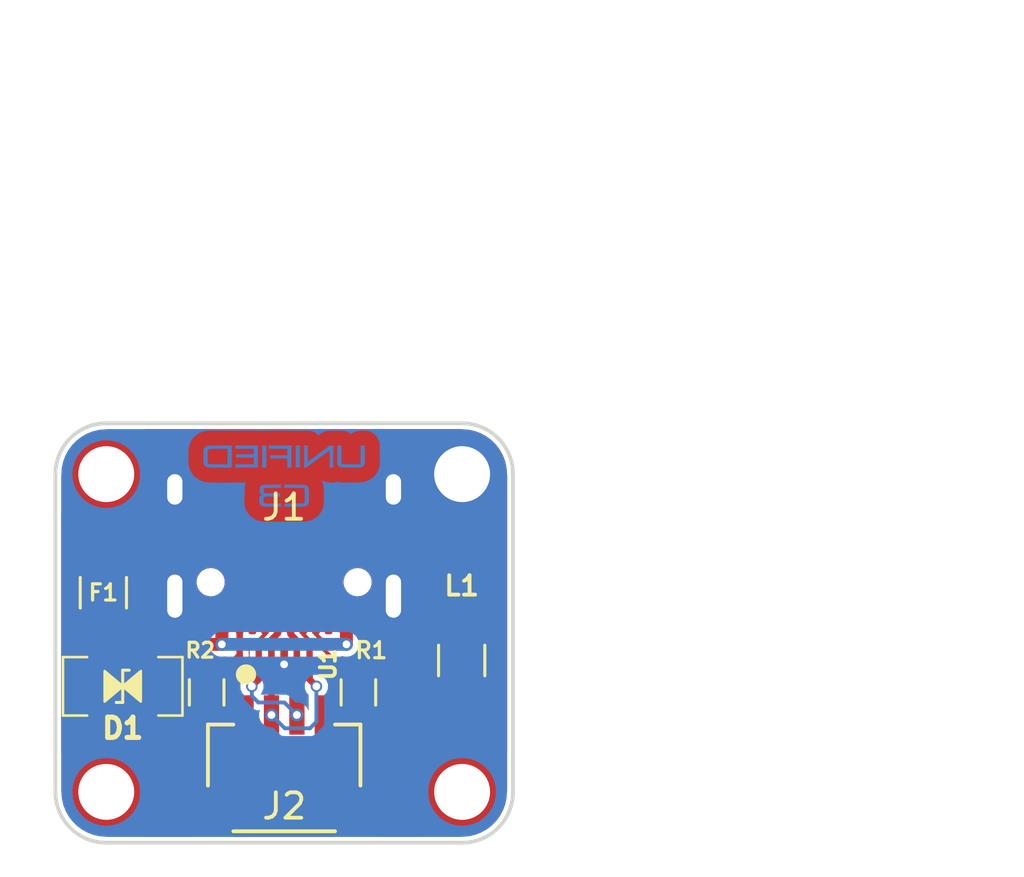
<source format=kicad_pcb>
(kicad_pcb (version 20221018) (generator pcbnew)
  (title_block (title "Unified Daughterboard") (date "2020-03-22") (rev "C3") (company "Designed by the keyboard community"))
  (layers (0 "F.Cu" signal) (31 "B.Cu" signal) (34 "B.Paste" user) (35 "F.Paste" user) (36 "B.SilkS" user "B.Silkscreen") (37 "F.SilkS" user "F.Silkscreen") (38 "B.Mask" user) (39 "F.Mask" user) (44 "Edge.Cuts" user))
  (net 0 "")
  (net 1 "GND")
  (net 2 "VCC")
  (net 3 "GNDPWR")
  (net 4 "Net-(J1-PadB8)")
  (net 5 "Net-(J1-PadA5)")
  (net 6 "DA+")
  (net 7 "Net-(J1-PadB5)")
  (net 8 "Net-(J1-PadA8)")
  (net 9 "DA-")
  (net 10 "VBUS")
  (footprint "random-keyboard-parts:Generic-Mounthole" (layer "F.Cu") (at 68.0045 71.043)
    (fp_text reference "MH3" hide)
    (fp_text value "Mount-M2" hide)
    (pad "" np_thru_hole circle (at 0 0) (size 3.500001 3.500001) (drill 2.2) (layers "F.Cu" "F.Mask") (clearance 0.508))
  )
  (footprint "Resistors_SMD:R_0603" (layer "F.Cu") (at 77.9235 67.129 -90)
    (fp_text reference "R1" (at -1.651 -0.508) (layer "F.SilkS") (effects (font (size 0.635 0.635) (thickness 0.127))))
    (fp_text value "5.1k")
    (fp_line (start -0.5 -0.68) (end 0.5 -0.68) (stroke (width 0.12)) (layer "F.SilkS"))
    (fp_line (start 0.5 0.68) (end -0.5 0.68) (stroke (width 0.12)) (layer "F.SilkS"))
    (pad "1" smd rect (at -0.75 0 270) (size 0.5 0.9) (layers "F.Cu" "F.Paste" "F.Mask") (net 5 "Net-(J1-PadA5)"))
    (pad "2" smd rect (at 0.75 0 270) (size 0.5 0.9) (layers "F.Cu" "F.Paste" "F.Mask") (net 3 "GNDPWR"))
  )
  (footprint "Resistors_SMD:R_0603" (layer "F.Cu") (at 71.9545 67.129 -90)
    (fp_text reference "R2" (at -1.651 0.254 180) (layer "F.SilkS") (effects (font (size 0.5842 0.5842) (thickness 0.127))))
    (fp_text value "5.1k")
    (fp_line (start -0.5 -0.68) (end 0.5 -0.68) (stroke (width 0.12)) (layer "F.SilkS"))
    (fp_line (start 0.5 0.68) (end -0.5 0.68) (stroke (width 0.12)) (layer "F.SilkS"))
    (pad "1" smd rect (at -0.75 0 270) (size 0.5 0.9) (layers "F.Cu" "F.Paste" "F.Mask") (net 7 "Net-(J1-PadB5)"))
    (pad "2" smd rect (at 0.75 0 270) (size 0.5 0.9) (layers "F.Cu" "F.Paste" "F.Mask") (net 3 "GNDPWR"))
  )
  (footprint "random-keyboard-parts:Generic-Mounthole" (layer "F.Cu") (at 82.0045 58.543)
    (fp_text reference "MH2" hide)
    (fp_text value "Mount-M2" hide)
    (pad "1" thru_hole circle (at 0 0) (size 3.500001 3.500001) (drill 2.2) (layers "*.Cu" "*.Mask") (net 3 "GNDPWR"))
  )
  (footprint "random-keyboard-parts:Generic-Mounthole" (layer "F.Cu") (at 68.0045 58.543)
    (fp_text reference "MH1")
    (fp_text value "Mount-M2" hide)
    (pad "" np_thru_hole circle (at 0 0) (size 3.500001 3.500001) (drill 2.2) (layers "F.Cu" "F.Mask") (clearance 0.508))
  )
  (footprint "random-keyboard-parts:JST-SR-4" (layer "F.Cu") (at 75.0045 72.793)
    (fp_text reference "J2" (at 0.004 -1.189) (layer "F.SilkS"))
    (fp_text value "SM04B-SRSS-TB(LF)(SN)")
    (fp_line (start -3 -4.4) (end -2 -4.4) (stroke (width 0.15)) (layer "F.SilkS"))
    (fp_line (start -3 -2) (end -3 -4.4) (stroke (width 0.15)) (layer "F.SilkS"))
    (fp_line (start 2 -4.4) (end 3 -4.4) (stroke (width 0.15)) (layer "F.SilkS"))
    (fp_line (start 2 -0.2) (end -2 -0.2) (stroke (width 0.15)) (layer "F.SilkS"))
    (fp_line (start 3 -4.4) (end 3 -2) (stroke (width 0.15)) (layer "F.SilkS"))
    (pad "" smd rect (at -2.8 -0.9) (size 1.2 1.8) (layers "F.Cu" "F.Paste" "F.Mask"))
    (pad "" smd rect (at 2.8 -0.9) (size 1.2 1.8) (layers "F.Cu" "F.Paste" "F.Mask"))
    (pad "1" smd rect (at -1.5 -4.775) (size 0.6 1.55) (layers "F.Cu" "F.Paste" "F.Mask") (net 2 "VCC"))
    (pad "2" smd rect (at -0.5 -4.775) (size 0.6 1.55) (layers "F.Cu" "F.Paste" "F.Mask") (net 9 "DA-"))
    (pad "3" smd rect (at 0.5 -4.775) (size 0.6 1.55) (layers "F.Cu" "F.Paste" "F.Mask") (net 6 "DA+"))
    (pad "4" smd rect (at 1.5 -4.775) (size 0.6 1.55) (layers "F.Cu" "F.Paste" "F.Mask") (net 1 "GND"))
  )
  (footprint "Fuse:Fuse_1206_3216Metric" (layer "F.Cu") (at 67.8905 63.207 -90)
    (fp_text reference "F1" (at 0 0) (layer "F.SilkS") (effects (font (size 0.635 0.635) (thickness 0.127))))
    (fp_text value "ASMD1206-150")
    (fp_line (start -0.602064 -0.91) (end 0.602064 -0.91) (stroke (width 0.12)) (layer "F.SilkS"))
    (fp_line (start -0.602064 0.91) (end 0.602064 0.91) (stroke (width 0.12)) (layer "F.SilkS"))
    (pad "1" smd roundrect (at -1.4 0 270) (size 1.25 1.75) (layers "F.Cu" "F.Paste" "F.Mask") (roundrect_rratio 0.2) (net 10 "VBUS"))
    (pad "2" smd roundrect (at 1.4 0 270) (size 1.25 1.75) (layers "F.Cu" "F.Paste" "F.Mask") (roundrect_rratio 0.2) (net 2 "VCC"))
  )
  (footprint "Inductor_SMD:L_1206_3216Metric" (layer "F.Cu") (at 81.9875 65.874 90)
    (fp_text reference "L1" (at 2.936 0 180) (layer "F.SilkS") (effects (font (size 0.762 0.762) (thickness 0.1524))))
    (fp_text value "60R@100MHz")
    (fp_line (start -0.602064 -0.91) (end 0.602064 -0.91) (stroke (width 0.12)) (layer "F.SilkS"))
    (fp_line (start -0.602064 0.91) (end 0.602064 0.91) (stroke (width 0.12)) (layer "F.SilkS"))
    (pad "1" smd roundrect (at -1.4 0 90) (size 1.25 1.75) (layers "F.Cu" "F.Paste" "F.Mask") (roundrect_rratio 0.2) (net 1 "GND"))
    (pad "2" smd roundrect (at 1.4 0 90) (size 1.25 1.75) (layers "F.Cu" "F.Paste" "F.Mask") (roundrect_rratio 0.2) (net 3 "GNDPWR"))
  )
  (footprint "acheron_Connectors:TYPE-C-31-M-12" (layer "F.Cu") (at 75.0025 64.843 180)
    (fp_text reference "J1" (at 0 5) (layer "F.SilkS"))
    (fp_text value "TYPE-C-31-M12_13")
    (pad "" np_thru_hole circle (at -2.89 2.051 180) (size 0.65 0.65) (drill 0.65) (layers "*.Cu" "*.Mask"))
    (pad "" np_thru_hole circle (at 2.89 2.051 180) (size 0.65 0.65) (drill 0.65) (layers "*.Cu" "*.Mask"))
    (pad "A1" smd roundrect (at -3.25 1.275 180) (size 0.6 1.45) (drill (offset 0 -0.55)) (layers "F.Cu" "F.Paste" "F.Mask") (net 3 "GNDPWR"))
    (pad "A4" smd roundrect (at -2.45 1.275 180) (size 0.6 1.45) (drill (offset 0 -0.55)) (layers "F.Cu" "F.Paste" "F.Mask") (net 10 "VBUS"))
    (pad "A5" smd roundrect (at -1.25 1.275 180) (size 0.3 1.45) (drill (offset 0 -0.55)) (layers "F.Cu" "F.Paste" "F.Mask") (net 5 "Net-(J1-PadA5)"))
    (pad "A6" smd roundrect (at -0.254 1.275 180) (size 0.3 1.45) (drill (offset 0 -0.55)) (layers "F.Cu" "F.Paste" "F.Mask") (net 6 "DA+"))
    (pad "A7" smd roundrect (at 0.25 1.275 180) (size 0.3 1.45) (drill (offset 0 -0.55)) (layers "F.Cu" "F.Paste" "F.Mask") (net 9 "DA-"))
    (pad "A8" smd roundrect (at 1.25 1.275 180) (size 0.3 1.45) (drill (offset 0 -0.55)) (layers "F.Cu" "F.Paste" "F.Mask") (net 8 "Net-(J1-PadA8)"))
    (pad "B1" smd roundrect (at 3.25 1.275 180) (size 0.6 1.45) (drill (offset 0 -0.55)) (layers "F.Cu" "F.Paste" "F.Mask") (net 3 "GNDPWR"))
    (pad "B4" smd roundrect (at 2.45 1.275 180) (size 0.6 1.45) (drill (offset 0 -0.55)) (layers "F.Cu" "F.Paste" "F.Mask") (net 10 "VBUS"))
    (pad "B5" smd roundrect (at 1.75 1.275 180) (size 0.3 1.45) (drill (offset 0 -0.55)) (layers "F.Cu" "F.Paste" "F.Mask") (net 7 "Net-(J1-PadB5)"))
    (pad "B6" smd roundrect (at 0.75 1.275 180) (size 0.3 1.45) (drill (offset 0 -0.55)) (layers "F.Cu" "F.Paste" "F.Mask") (net 6 "DA+"))
    (pad "B7" smd roundrect (at -0.75 1.275 180) (size 0.3 1.45) (drill (offset 0 -0.55)) (layers "F.Cu" "F.Paste" "F.Mask") (net 9 "DA-"))
    (pad "B8" smd roundrect (at -1.75 1.275 180) (size 0.3 1.45) (drill (offset 0 -0.55)) (layers "F.Cu" "F.Paste" "F.Mask") (net 4 "Net-(J1-PadB8)"))
    (pad "S" thru_hole oval (at -4.3 1.5 180) (size 1.1 2.2) (drill oval 0.6 1.7) (layers "*.Cu" "*.Mask") (net 3 "GNDPWR"))
    (pad "S" thru_hole oval (at -4.3 5.7 180) (size 1.3 1.9) (drill oval 0.6 1.2) (layers "*.Cu" "*.Mask") (net 3 "GNDPWR"))
    (pad "S" thru_hole oval (at 4.3 1.5 180) (size 1.1 2.2) (drill oval 0.6 1.7) (layers "*.Cu" "*.Mask") (net 3 "GNDPWR"))
    (pad "S" thru_hole oval (at 4.3 5.7 180) (size 1.3 1.9) (drill oval 0.6 1.2) (layers "*.Cu" "*.Mask") (net 3 "GNDPWR"))
  )
  (footprint "random-keyboard-parts:Generic-Mounthole" (layer "F.Cu") (at 82.0045 71.043)
    (fp_text reference "MH4" hide)
    (fp_text value "Mount-M2" hide)
    (pad "" np_thru_hole circle (at 0 0) (size 3.500001 3.500001) (drill 2.2) (layers "F.Cu" "F.Mask") (clearance 0.508))
  )
  (footprint "acheron_Components:USON-10_2.5x1.0mm_P0.5mm" (layer "F.Cu") (at 75.0025 66.0264 90)
    (fp_text reference "U1" (at 0 1.7272 90) (layer "F.SilkS") (effects (font (size 0.6 0.6))))
    (fp_text value "TPD4E05U06DQAR")
    (fp_circle (center -0.4 -1.5) (end -0.4 -1.5) (stroke (width 0.4)) (fill none) (layer "F.SilkS"))
    (pad "1" smd roundrect (at -0.385 -1) (size 0.25 0.55) (layers "F.Cu" "F.Paste" "F.Mask") (roundrect_rratio 0.5) (net 6 "DA+"))
    (pad "2" smd rect (at -0.385 -0.5) (size 0.25 0.55) (layers "F.Cu" "F.Paste" "F.Mask") (net 9 "DA-"))
    (pad "3" smd rect (at -0.385 0) (size 0.3 0.55) (layers "F.Cu" "F.Paste" "F.Mask") (net 3 "GNDPWR"))
    (pad "4" smd rect (at -0.385 0.5) (size 0.25 0.55) (layers "F.Cu" "F.Paste" "F.Mask") (net 6 "DA+"))
    (pad "5" smd rect (at -0.385 1) (size 0.25 0.55) (layers "F.Cu" "F.Paste" "F.Mask") (net 9 "DA-"))
    (pad "6" smd rect (at 0.385 1) (size 0.25 0.55) (layers "F.Cu" "F.Paste" "F.Mask") (net 9 "DA-"))
    (pad "7" smd rect (at 0.385 0.5) (size 0.25 0.55) (layers "F.Cu" "F.Paste" "F.Mask") (net 6 "DA+"))
    (pad "8" smd rect (at 0.385 0) (size 0.3 0.55) (layers "F.Cu" "F.Paste" "F.Mask") (net 3 "GNDPWR"))
    (pad "9" smd rect (at 0.385 -0.5) (size 0.25 0.55) (layers "F.Cu" "F.Paste" "F.Mask") (net 9 "DA-"))
    (pad "10" smd rect (at 0.385 -1) (size 0.25 0.55) (layers "F.Cu" "F.Paste" "F.Mask") (net 6 "DA+"))
  )
  (footprint "acheron_Components:D_SOD-123_Bidirectional" (layer "F.Cu") (at 68.6525 66.89 180)
    (fp_text reference "D1" (at 0 -1.651 180) (layer "F.SilkS") (effects (font (size 0.8 0.8) (thickness 0.2))))
    (fp_text value "SMF9.0CA")
    (fp_line (start -2.35 -1.15) (end -1.4 -1.15) (stroke (width 0.1016)) (layer "F.SilkS"))
    (fp_line (start -2.35 1.15) (end -2.35 -1.15) (stroke (width 0.1016)) (layer "F.SilkS"))
    (fp_line (start -2.35 1.15) (end -1.4 1.15) (stroke (width 0.1016)) (layer "F.SilkS"))
    (fp_line (start 0 -0.635) (end 0.254 -0.635) (stroke (width 0.12)) (layer "F.SilkS"))
    (fp_line (start 0 0.635) (end -0.254 0.635) (stroke (width 0.12)) (layer "F.SilkS"))
    (fp_line (start 0 0.635) (end 0 -0.635) (stroke (width 0.12)) (layer "F.SilkS"))
    (fp_line (start 2.35 -1.15) (end 1.4 -1.15) (stroke (width 0.1016)) (layer "F.SilkS"))
    (fp_line (start 2.35 -1.15) (end 2.35 1.15) (stroke (width 0.1016)) (layer "F.SilkS"))
    (fp_line (start 2.35 1.15) (end 1.4 1.15) (stroke (width 0.1016)) (layer "F.SilkS"))
    (fp_poly (pts (xy 0 0) (xy -0.711 0.6) (xy -0.711 -0.6)) (stroke (width 0.1)) (fill solid) (layer "F.SilkS"))
    (fp_poly (pts (xy 0 0) (xy 0.711 -0.6) (xy 0.711 0.6)) (stroke (width 0.1)) (fill solid) (layer "F.SilkS"))
    (pad "1" smd roundrect (at -1.65 0 180) (size 1 1.2) (layers "F.Cu" "F.Paste" "F.Mask") (net 3 "GNDPWR"))
    (pad "2" smd roundrect (at 1.65 0 180) (size 1 1.2) (layers "F.Cu" "F.Paste" "F.Mask") (net 2 "VCC"))
  )
  (footprint "Unified-Daughterboard-Logo:Unified-Daughterboard-Name.pretty" (layer "B.Cu") (at 75.0025 58.62 180)
    (fp_text reference "G2" hide)
    (fp_text value "Unified-Daughterboard-Name" hide)
    (pad "1" smd custom (at -3.1 0.8 180) (size 0.1 0.1) (layers "B.Cu" "B.Mask") (options (clearance outline) (anchor circle)) (primitives (gr_poly (pts (xy 0.089951 0.069371) (xy 0.089952 0.031594) (xy 0.089952 -0.003341) (xy 0.089953 -0.035549) (xy 0.089959 -0.065147) (xy 0.089972 -0.092251) (xy 0.089995 -0.116977) (xy 0.09003 -0.13944) (xy 0.090082 -0.159757) (xy 0.090152 -0.178044) (xy 0.090244 -0.194417) (xy 0.09036 -0.208991) (xy 0.090503 -0.221883) (xy 0.090677 -0.233209) (xy 0.090884 -0.243085) (xy 0.091127 -0.251626) (xy 0.091408 -0.258949) (xy 0.091732 -0.26517) (xy 0.0921 -0.270405) (xy 0.092515 -0.274769) (xy 0.092981 -0.278379) (xy 0.0935 -0.281351) (xy 0.094075 -0.283801) (xy 0.094709 -0.285845) (xy 0.095405 -0.287598) (xy 0.096166 -0.289178) (xy 0.096994 -0.290699) (xy 0.097893 -0.292277) (xy 0.098866 -0.29403) (xy 0.098977 -0.294237) (xy 0.106317 -0.305001) (xy 0.115997 -0.314107) (xy 0.128049 -0.321571) (xy 0.142509 -0.327411) (xy 0.159412 -0.331646) (xy 0.17591 -0.334016) (xy 0.179246 -0.334204) (xy 0.185359 -0.33438) (xy 0.194065 -0.334544) (xy 0.205185 -0.334696) (xy 0.218535 -0.334836) (xy 0.233933 -0.334964) (xy 0.251199 -0.335081) (xy 0.270149 -0.335185) (xy 0.290601 -0.335278) (xy 0.312375 -0.335358) (xy 0.335288 -0.335427) (xy 0.359158 -0.335484) (xy 0.383803 -0.335529) (xy 0.409041 -0.335562) (xy 0.434691 -0.335583) (xy 0.46057 -0.335592) (xy 0.486496 -0.335589) (xy 0.512288 -0.335574) (xy 0.537763 -0.335548) (xy 0.56274 -0.335509) (xy 0.587037 -0.335459) (xy 0.610471 -0.335397) (xy 0.632862 -0.335322) (xy 0.654026 -0.335236) (xy 0.673782 -0.335138) (xy 0.691949 -0.335028) (xy 0.708343 -0.334906) (xy 0.722784 -0.334772) (xy 0.735089 -0.334626) (xy 0.745076 -0.334468) (xy 0.752564 -0.334299) (xy 0.757371 -0.334117) (xy 0.758715 -0.334021) (xy 0.777734 -0.331215) (xy 0.794289 -0.326811) (xy 0.808426 -0.320781) (xy 0.820189 -0.313093) (xy 0.829625 -0.303717) (xy 0.836778 -0.292623) (xy 0.841693 -0.279782) (xy 0.842026 -0.278547) (xy 0.842279 -0.277334) (xy 0.842513 -0.275636) (xy 0.842728 -0.273342) (xy 0.842926 -0.270338) (xy 0.843106 -0.266511) (xy 0.84327 -0.261748) (xy 0.843419 -0.255935) (xy 0.843553 -0.24896) (xy 0.843673 -0.240709) (xy 0.84378 -0.231069) (xy 0.843874 -0.219928) (xy 0.843956 -0.207172) (xy 0.844027 -0.192687) (xy 0.844088 -0.176361) (xy 0.844139 -0.15808) (xy 0.844182 -0.137732) (xy 0.844216 -0.115203) (xy 0.844243 -0.090381) (xy 0.844263 -0.063151) (xy 0.844278 -0.033401) (xy 0.844287 -0.001018) (xy 0.844292 0.034112) (xy 0.844293 0.067094) (xy 0.844293 0.404029) (xy 1.010053 0.404029) (xy 1.009556 0.059017) (xy 1.009502 0.020589) (xy 1.009454 -0.015001) (xy 1.009408 -0.047871) (xy 1.009362 -0.078142) (xy 1.009313 -0.105933) (xy 1.009257 -0.131363) (xy 1.009192 -0.154552) (xy 1.009113 -0.175619) (xy 1.00902 -0.194684) (xy 1.008908 -0.211867) (xy 1.008774 -0.227287) (xy 1.008615 -0.241063) (xy 1.008429 -0.253315) (xy 1.008212 -0.264163) (xy 1.007962 -0.273726) (xy 1.007675 -0.282124) (xy 1.007348 -0.289476) (xy 1.006978 -0.295902) (xy 1.006562 -0.301521) (xy 1.006098 -0.306452) (xy 1.005582 -0.310816) (xy 1.005011 -0.314732) (xy 1.004382 -0.31832) (xy 1.003692 -0.321698) (xy 1.002938 -0.324986) (xy 1.002118 -0.328305) (xy 1.001227 -0.331773) (xy 1.000264 -0.33551) (xy 0.999505 -0.338505) (xy 0.992987 -0.358905) (xy 0.984093 -0.377575) (xy 0.97288 -0.394443) (xy 0.959403 -0.409438) (xy 0.943719 -0.42249) (xy 0.925882 -0.433527) (xy 0.924506 -0.434247) (xy 0.910155 -0.441169) (xy 0.895924 -0.44693) (xy 0.88132 -0.451648) (xy 0.865846 -0.455443) (xy 0.849006 -0.458433) (xy 0.830305 -0.460737) (xy 0.809248 -0.462474) (xy 0.805835 -0.462694) (xy 0.801797 -0.462851) (xy 0.794977 -0.462998) (xy 0.785549 -0.463134) (xy 0.773691 -0.463261) (xy 0.759577 -0.463378) (xy 0.743383 -0.463485) (xy 0.725286 -0.463582) (xy 0.70546 -0.463669) (xy 0.684081 -0.463747) (xy 0.661326 -0.463814) (xy 0.637369 -0.463872) (xy 0.612387 -0.46392) (xy 0.586556 -0.463959) (xy 0.56005 -0.463987) (xy 0.533046 -0.464006) (xy 0.505719 -0.464015) (xy 0.478246 -0.464015) (xy 0.450801 -0.464005) (xy 0.423561 -0.463985) (xy 0.396701 -0.463956) (xy 0.370397 -0.463917) (xy 0.344824 -0.463869) (xy 0.32016 -0.463811) (xy 0.296578 -0.463744) (xy 0.274255 -0.463667) (xy 0.253366 -0.463581) (xy 0.234088 -0.463485) (xy 0.216596 -0.46338) (xy 0.201065 -0.463265) (xy 0.187672 -0.463141) (xy 0.176592 -0.463008) (xy 0.168001 -0.462866) (xy 0.162074 -0.462714) (xy 0.159766 -0.462612) (xy 0.130734 -0.460065) (xy 0.103987 -0.456031) (xy 0.079213 -0.450434) (xy 0.056097 -0.4432) (xy 0.034325 -0.434254) (xy 0.027473 -0.430958) (xy 0.010583 -0.421761) (xy -0.003985 -0.412081) (xy -0.01687 -0.401474) (xy -0.022834 -0.39573) (xy -0.036916 -0.379497) (xy -0.048721 -0.361574) (xy -0.058291 -0.341867) (xy -0.065671 -0.320281) (xy -0.070903 -0.296724) (xy -0.072005 -0.289648) (xy -0.072252 -0.287609) (xy -0.07248 -0.285022) (xy -0.07269 -0.281773) (xy -0.072883 -0.277748) (xy -0.07306 -0.272833) (xy -0.07322 -0.266916) (xy -0.073366 -0.259882) (xy -0.073498 -0.251618) (xy -0.073615 -0.242011) (xy -0.07372 -0.230945) (xy -0.073813 -0.218309) (xy -0.073894 -0.203987) (xy -0.073965 -0.187867) (xy -0.074025 -0.169835) (xy -0.074076 -0.149778) (xy -0.074119 -0.12758) (xy -0.074153 -0.10313) (xy -0.074181 -0.076313) (xy -0.074202 -0.047016) (xy -0.074217 -0.015124) (xy -0.074227 0.019475) (xy -0.074233 0.056895) (xy -0.074233 0.064934) (xy -0.07426 0.404029) (xy 0.089925 0.404029)) (width 0) (fill yes))))
    (pad "1" smd custom (at -1.86 1.08 180) (size 0.1 0.1) (layers "B.Cu" "B.Mask") (options (clearance outline) (anchor circle)) (primitives (gr_poly (pts (xy 1.07457 -0.744233) (xy 0.994882 -0.744233) (xy 0.725953 -0.548012) (xy 0.697516 -0.527263) (xy 0.667905 -0.505658) (xy 0.637358 -0.483369) (xy 0.606113 -0.460572) (xy 0.574407 -0.437438) (xy 0.54248 -0.414142) (xy 0.510567 -0.390857) (xy 0.478909 -0.367758) (xy 0.447742 -0.345017) (xy 0.417304 -0.322808) (xy 0.387834 -0.301305) (xy 0.359569 -0.280681) (xy 0.332747 -0.26111) (xy 0.307606 -0.242766) (xy 0.284385 -0.225822) (xy 0.26375 -0.210765) (xy 0.242443 -0.195223) (xy 0.221784 -0.18016) (xy 0.201899 -0.165668) (xy 0.182913 -0.15184) (xy 0.164954 -0.138767) (xy 0.148149 -0.126541) (xy 0.132622 -0.115254) (xy 0.118502 -0.104998) (xy 0.105914 -0.095864) (xy 0.094985 -0.087945) (xy 0.085842 -0.081333) (xy 0.07861 -0.076119) (xy 0.073417 -0.072395) (xy 0.070388 -0.070253) (xy 0.069611 -0.069739) (xy 0.069531 -0.071197) (xy 0.069452 -0.075481) (xy 0.069376 -0.082462) (xy 0.069303 -0.092007) (xy 0.069233 -0.103986) (xy 0.069166 -0.118268) (xy 0.069102 -0.134721) (xy 0.069043 -0.153214) (xy 0.068988 -0.173616) (xy 0.068938 -0.195796) (xy 0.068893 -0.219624) (xy 0.068854 -0.244966) (xy 0.06882 -0.271694) (xy 0.068792 -0.299675) (xy 0.06877 -0.328777) (xy 0.068756 -0.358871) (xy 0.068748 -0.389825) (xy 0.068747 -0.406986) (xy 0.068747 -0.744233) (xy -0.074731 -0.744233) (xy -0.074731 0.124029) (xy 0.068007 0.123947) (xy 0.49918 -0.197759) (xy 0.930353 -0.519464) (xy 0.930726 -0.197717) (xy 0.931099 0.124029) (xy 1.07457 0.124029)) (width 0) (fill yes))))
    (pad "1" smd custom (at -0.9 -0.79 180) (size 0.1 0.1) (layers "B.Cu" "B.Mask") (options (clearance outline) (anchor circle)) (primitives (gr_poly (pts (xy 0.894083 0.325546) (xy 0.541462 0.325546) (xy 0.502296 0.325545) (xy 0.465973 0.32554) (xy 0.432379 0.325531) (xy 0.401399 0.325515) (xy 0.372919 0.325491) (xy 0.346825 0.325457) (xy 0.323001 0.325412) (xy 0.301333 0.325354) (xy 0.281706 0.325282) (xy 0.264006 0.325194) (xy 0.248118 0.325088) (xy 0.233927 0.324964) (xy 0.22132 0.324818) (xy 0.21018 0.324651) (xy 0.200394 0.324459) (xy 0.191847 0.324243) (xy 0.184424 0.323999) (xy 0.178011 0.323727) (xy 0.172493 0.323425) (xy 0.167755 0.323092) (xy 0.163683 0.322725) (xy 0.160163 0.322323) (xy 0.157079 0.321885) (xy 0.154316 0.321409) (xy 0.151761 0.320894) (xy 0.149299 0.320338) (xy 0.148591 0.320169) (xy 0.134767 0.315738) (xy 0.122093 0.309466) (xy 0.111022 0.301664) (xy 0.102003 0.292642) (xy 0.096276 0.284226) (xy 0.09522 0.282323) (xy 0.094258 0.280578) (xy 0.093385 0.278853) (xy 0.092597 0.277009) (xy 0.091889 0.274907) (xy 0.091257 0.272409) (xy 0.090698 0.269377) (xy 0.090206 0.265671) (xy 0.089777 0.261153) (xy 0.089407 0.255685) (xy 0.089091 0.249127) (xy 0.088825 0.241342) (xy 0.088606 0.232189) (xy 0.088427 0.221532) (xy 0.088286 0.209231) (xy 0.088177 0.195148) (xy 0.088097 0.179143) (xy 0.088041 0.161079) (xy 0.088004 0.140816) (xy 0.087983 0.118217) (xy 0.087973 0.093142) (xy 0.08797 0.065453) (xy 0.087968 0.035011) (xy 0.087967 0.019302) (xy 0.087962 -0.012397) (xy 0.087956 -0.041279) (xy 0.087954 -0.067481) (xy 0.08796 -0.091143) (xy 0.087981 -0.112407) (xy 0.088019 -0.131409) (xy 0.088081 -0.148292) (xy 0.08817 -0.163194) (xy 0.088293 -0.176254) (xy 0.088453 -0.187613) (xy 0.088655 -0.19741) (xy 0.088905 -0.205785) (xy 0.089207 -0.212877) (xy 0.089566 -0.218826) (xy 0.089987 -0.223772) (xy 0.090474 -0.227854) (xy 0.091032 -0.231212) (xy 0.091667 -0.233986) (xy 0.092383 -0.236315) (xy 0.093185 -0.238338) (xy 0.094077 -0.240196) (xy 0.095065 -0.242029) (xy 0.096154 -0.243975) (xy 0.097122 -0.245749) (xy 0.104221 -0.256019) (xy 0.113823 -0.264855) (xy 0.125966 -0.272283) (xy 0.140689 -0.27833) (xy 0.148215 -0.28062) (xy 0.162643 -0.284604) (xy 0.894083 -0.285396) (xy 0.894083 -0.41403) (xy 0.526884 -0.413772) (xy 0.494046 -0.413747) (xy 0.461942 -0.413718) (xy 0.430703 -0.413687) (xy 0.400456 -0.413653) (xy 0.37133 -0.413616) (xy 0.343454 -0.413577) (xy 0.316956 -0.413536) (xy 0.291966 -0.413493) (xy 0.268613 -0.413449) (xy 0.247024 -0.413404) (xy 0.227328 -0.413358) (xy 0.209656 -0.413311) (xy 0.194134 -0.413263) (xy 0.180892 -0.413216) (xy 0.170059 -0.413168) (xy 0.161763 -0.413121) (xy 0.156133 -0.413074) (xy 0.153298 -0.413029) (xy 0.153028 -0.413017) (xy 0.121848 -0.409723) (xy 0.09296 -0.404651) (xy 0.066269 -0.397774) (xy 0.041682 -0.389062) (xy 0.019103 -0.378489) (xy -0.000191 -0.366948) (xy -0.009353 -0.360104) (xy -0.019054 -0.351632) (xy -0.028538 -0.342284) (xy -0.037047 -0.332809) (xy -0.043823 -0.323961) (xy -0.044427 -0.323062) (xy -0.055649 -0.303459) (xy -0.064639 -0.281934) (xy -0.071402 -0.25847) (xy -0.072805 -0.252009) (xy -0.073144 -0.250229) (xy -0.073454 -0.248282) (xy -0.073735 -0.246032) (xy -0.073989 -0.243343) (xy -0.074218 -0.240081) (xy -0.074422 -0.236108) (xy -0.074604 -0.231291) (xy -0.074764 -0.225492) (xy -0.074904 -0.218577) (xy -0.075025 -0.21041) (xy -0.075129 -0.200854) (xy -0.075216 -0.189776) (xy -0.075289 -0.177038) (xy -0.075348 -0.162506) (xy -0.075396 -0.146044) (xy -0.075432 -0.127516) (xy -0.075459 -0.106786) (xy -0.075478 -0.083719) (xy -0.075491 -0.058179) (xy -0.075498 -0.030031) (xy -0.075501 0.000861) (xy -0.075501 0.278953) (xy -0.072189 0.293898) (xy -0.066762 0.314711) (xy -0.060136 0.333172) (xy -0.052076 0.349726) (xy -0.042344 0.36482) (xy -0.030704 0.378898) (xy -0.022926 0.386832) (xy -0.0073 0.400278) (xy 0.010114 0.412157) (xy 0.029459 0.422527) (xy 0.050879 0.431444) (xy 0.074518 0.438966) (xy 0.100521 0.44515) (xy 0.129032 0.450053) (xy 0.139716 0.451488) (xy 0.142136 0.45169) (xy 0.146134 0.45188) (xy 0.151784 0.452059) (xy 0.159167 0.452228) (xy 0.168358 0.452386) (xy 0.179434 0.452535) (xy 0.192475 0.452675) (xy 0.207556 0.452805) (xy 0.224755 0.452928) (xy 0.24415 0.453042) (xy 0.265818 0.453149) (xy 0.289836 0.45325) (xy 0.316282 0.453344) (xy 0.345233 0.453431) (xy 0.376767 0.453514) (xy 0.410961 0.453591) (xy 0.447892 0.453663) (xy 0.487637 0.453732) (xy 0.523926 0.453788) (xy 0.894083 0.454326)) (width 0) (fill yes))))
    (pad "1" smd custom (at -0.54 1.02 180) (size 0.1 0.1) (layers "B.Cu" "B.Mask") (options (clearance outline) (anchor circle)) (primitives (gr_poly (pts (xy 0.084421 -0.684233) (xy 0.003314 -0.684233) (xy -0.011904 -0.684215) (xy -0.026228 -0.684165) (xy -0.039385 -0.684085) (xy -0.051103 -0.683979) (xy -0.061112 -0.68385) (xy -0.069138 -0.683701) (xy -0.07491 -0.683536) (xy -0.078157 -0.683357) (xy -0.078779 -0.683247) (xy -0.07886 -0.681705) (xy -0.078939 -0.677321) (xy -0.079016 -0.670211) (xy -0.079091 -0.660491) (xy -0.079164 -0.648277) (xy -0.079233 -0.633685) (xy -0.0793 -0.616831) (xy -0.079363 -0.597831) (xy -0.079423 -0.576802) (xy -0.079478 -0.553859) (xy -0.07953 -0.529118) (xy -0.079577 -0.502696) (xy -0.07962 -0.474709) (xy -0.079657 -0.445272) (xy -0.07969 -0.414502) (xy -0.079717 -0.382515) (xy -0.079738 -0.349426) (xy -0.079753 -0.315353) (xy -0.079762 -0.280411) (xy -0.079765 -0.249116) (xy -0.079765 0.184029) (xy 0.084421 0.184029)) (width 0) (fill yes))))
    (pad "1" smd custom (at -0.21 1.11 180) (size 0.1 0.1) (layers "B.Cu" "B.Mask") (options (clearance outline) (anchor circle)) (primitives (gr_poly (pts (xy 0.813494 -0.034657) (xy 0.085751 -0.034657) (xy 0.085751 -0.287592) (xy 0.764682 -0.287592) (xy 0.764682 -0.416278) (xy 0.085763 -0.416278) (xy 0.085387 -0.594886) (xy 0.085012 -0.773493) (xy 0.003288 -0.773876) (xy -0.078435 -0.774258) (xy -0.078435 0.094029) (xy 0.813494 0.094029)) (width 0) (fill yes))))
    (pad "1" smd custom (at 0.52 -0.73 180) (size 0.1 0.1) (layers "B.Cu" "B.Mask") (options (clearance outline) (anchor circle)) (primitives (gr_poly (pts (xy 0.036814 0.394003) (xy 0.066889 0.393969) (xy 0.094232 0.393912) (xy 0.118817 0.393835) (xy 0.140617 0.393736) (xy 0.159607 0.393616) (xy 0.175759 0.393475) (xy 0.189048 0.393313) (xy 0.199447 0.39313) (xy 0.206929 0.392927) (xy 0.20996 0.392797) (xy 0.24124 0.39039) (xy 0.269999 0.386589) (xy 0.296342 0.38136) (xy 0.320374 0.374669) (xy 0.342202 0.366479) (xy 0.361931 0.356757) (xy 0.379667 0.345468) (xy 0.395515 0.332578) (xy 0.396639 0.331537) (xy 0.410142 0.316976) (xy 0.421412 0.300576) (xy 0.430475 0.282284) (xy 0.43736 0.262045) (xy 0.442093 0.239803) (xy 0.442231 0.238921) (xy 0.442943 0.232475) (xy 0.443524 0.2236) (xy 0.443972 0.212784) (xy 0.44429 0.200519) (xy 0.444476 0.187292) (xy 0.444531 0.173593) (xy 0.444456 0.159912) (xy 0.444252 0.146738) (xy 0.443917 0.134561) (xy 0.443453 0.123868) (xy 0.442861 0.115151) (xy 0.442139 0.108898) (xy 0.442136 0.108879) (xy 0.437575 0.088735) (xy 0.430735 0.070047) (xy 0.421759 0.052993) (xy 0.410787 0.03775) (xy 0.39796 0.024494) (xy 0.383421 0.013403) (xy 0.36731 0.004652) (xy 0.355107 -0.000007) (xy 0.35037 -0.001668) (xy 0.34719 -0.003066) (xy 0.346162 -0.003934) (xy 0.346233 -0.004003) (xy 0.348261 -0.004834) (xy 0.35215 -0.006203) (xy 0.355658 -0.007361) (xy 0.374014 -0.014706) (xy 0.391868 -0.024655) (xy 0.408658 -0.036859) (xy 0.421513 -0.048579) (xy 0.430795 -0.058772) (xy 0.437945 -0.06865) (xy 0.443513 -0.079144) (xy 0.448048 -0.091184) (xy 0.449481 -0.095893) (xy 0.450886 -0.101058) (xy 0.452092 -0.106308) (xy 0.453111 -0.111896) (xy 0.453956 -0.118075) (xy 0.454638 -0.125097) (xy 0.45517 -0.133217) (xy 0.455565 -0.142686) (xy 0.455834 -0.153757) (xy 0.45599 -0.166684) (xy 0.456045 -0.181718) (xy 0.456011 -0.199114) (xy 0.455901 -0.219124) (xy 0.455845 -0.227015) (xy 0.455699 -0.246046) (xy 0.45555 -0.262402) (xy 0.45537 -0.276368) (xy 0.455134 -0.288225) (xy 0.454815 -0.298257) (xy 0.454388 -0.306749) (xy 0.453827 -0.313983) (xy 0.453106 -0.320243) (xy 0.452198 -0.325813) (xy 0.451078 -0.330975) (xy 0.44972 -0.336013) (xy 0.448098 -0.341211) (xy 0.446185 -0.346852) (xy 0.444385 -0.352) (xy 0.436271 -0.370825) (xy 0.425675 -0.388126) (xy 0.412579 -0.40392) (xy 0.396964 -0.418223) (xy 0.37881 -0.431054) (xy 0.358101 -0.442428) (xy 0.334816 -0.452364) (xy 0.33421 -0.452591) (xy 0.313456 -0.459297) (xy 0.29046 -0.464759) (xy 0.265071 -0.469006) (xy 0.237137 -0.472068) (xy 0.231483 -0.472522) (xy 0.227444 -0.472711) (xy 0.220507 -0.472889) (xy 0.210732 -0.473055) (xy 0.198179 -0.473209) (xy 0.182908 -0.47335) (xy 0.164979 -0.473479) (xy 0.144453 -0.473596) (xy 0.12139 -0.473699) (xy 0.095849 -0.473788) (xy 0.067891 -0.473865) (xy 0.037575 -0.473927) (xy 0.004963 -0.473974) (xy -0.029886 -0.474008) (xy -0.066911 -0.474026) (xy -0.095055 -0.47403) (xy -0.401699 -0.47403) (xy -0.401314 -0.410057) (xy -0.400928 -0.346083) (xy -0.094004 -0.345344) (xy 0.21292 -0.344604) (xy 0.22752 -0.340576) (xy 0.243116 -0.335501) (xy 0.256059 -0.329555) (xy 0.266565 -0.322593) (xy 0.27485 -0.314468) (xy 0.28113 -0.305037) (xy 0.281618 -0.304092) (xy 0.283733 -0.299797) (xy 0.285505 -0.295814) (xy 0.286966 -0.291836) (xy 0.288151 -0.287554) (xy 0.289093 -0.28266) (xy 0.289826 -0.276847) (xy 0.290384 -0.269806) (xy 0.290801 -0.26123) (xy 0.29111 -0.250811) (xy 0.291345 -0.238241) (xy 0.29154 -0.223211) (xy 0.291656 -0.212506) (xy 0.291807 -0.193423) (xy 0.291838 -0.176815) (xy 0.291751 -0.162775) (xy 0.291546 -0.151397) (xy 0.291226 -0.142773) (xy 0.290791 -0.136997) (xy 0.290709 -0.13633) (xy 0.287993 -0.123624) (xy 0.283362 -0.112695) (xy 0.276633 -0.103349) (xy 0.267622 -0.095389) (xy 0.256147 -0.088622) (xy 0.242024 -0.082851) (xy 0.239897 -0.082135) (xy 0.237084 -0.081192) (xy 0.234531 -0.080326) (xy 0.232109 -0.079533) (xy 0.229687 -0.07881) (xy 0.227137 -0.078154) (xy 0.224328 -0.077561) (xy 0.22113 -0.077027) (xy 0.217414 -0.076549) (xy 0.21305 -0.076125) (xy 0.207909 -0.075749) (xy 0.201859 -0.075419) (xy 0.194773 -0.075131) (xy 0.186519 -0.074882) (xy 0.176968 -0.074668) (xy 0.165991 -0.074485) (xy 0.153457 -0.074332) (xy 0.139238 -0.074203) (xy 0.123202 -0.074095) (xy 0.10522 -0.074005) (xy 0.085163 -0.07393) (xy 0.062901 -0.073865) (xy 0.038304 -0.073808) (xy 0.011242 -0.073755) (xy -0.018414 -0.073702) (xy -0.050795 -0.073647) (xy -0.078859 -0.073598) (xy -0.36472 -0.073087) (xy -0.36395 0.054767) (xy 0.218836 0.056317) (xy 0.231049 0.059589) (xy 0.243885 0.063686) (xy 0.254177 0.06852) (xy 0.2623 0.074348) (xy 0.268629 0.08143) (xy 0.272661 0.088185) (xy 0.274618 0.092282) (xy 0.276214 0.096204) (xy 0.277483 0.100294) (xy 0.278455 0.104896) (xy 0.279164 0.110352) (xy 0.279642 0.117006) (xy 0.279921 0.125202) (xy 0.280035 0.135283) (xy 0.280015 0.147592) (xy 0.279893 0.162473) (xy 0.279873 0.164511) (xy 0.279698 0.179573) (xy 0.279478 0.192007) (xy 0.279165 0.20214) (xy 0.278713 0.210304) (xy 0.278074 0.216826) (xy 0.277201 0.222038) (xy 0.276047 0.226267) (xy 0.274566 0.229844) (xy 0.27271 0.233097) (xy 0.270432 0.236357) (xy 0.269417 0.237704) (xy 0.262986 0.244896) (xy 0.255535 0.250693) (xy 0.246579 0.255351) (xy 0.235632 0.259124) (xy 0.22305 0.262101) (xy 0.221398 0.262406) (xy 0.219527 0.262687) (xy 0.217312 0.262945) (xy 0.21463 0.263182) (xy 0.211358 0.263398) (xy 0.207372 0.263595) (xy 0.202549 0.263774) (xy 0.196765 0.263937) (xy 0.189898 0.264083) (xy 0.181822 0.264216) (xy 0.172416 0.264335) (xy 0.161556 0.264442) (xy 0.149117 0.264538) (xy 0.134977 0.264625) (xy 0.119012 0.264703) (xy 0.101099 0.264773) (xy 0.081114 0.264838) (xy 0.058934 0.264898) (xy 0.034436 0.264954) (xy 0.007495 0.265008) (xy -0.022011 0.26506) (xy -0.054206 0.265112) (xy -0.089214 0.265166) (xy -0.095869 0.265175) (xy -0.401699 0.265627) (xy -0.401314 0.32956) (xy -0.400928 0.393493) (xy -0.110275 0.393927) (xy -0.069537 0.393978) (xy -0.031425 0.394008) (xy 0.004034 0.394017)) (width 0) (fill yes))))
    (pad "1" smd custom (at 0.78 0.91 180) (size 0.1 0.1) (layers "B.Cu" "B.Mask") (options (clearance outline) (anchor circle)) (primitives (gr_poly (pts (xy 0.082346 -0.574233) (xy -0.08184 -0.574233) (xy -0.08184 0.294029) (xy 0.082346 0.294029)) (width 0) (fill yes))))
    (pad "1" smd custom (at 1.12 1.09 180) (size 0.1 0.1) (layers "B.Cu" "B.Mask") (options (clearance outline) (anchor circle)) (primitives (gr_poly (pts (xy 0.801419 -0.014657) (xy 0.072197 -0.014657) (xy 0.072197 -0.230613) (xy 0.76444 -0.230613) (xy 0.76444 -0.359299) (xy 0.072181 -0.359299) (xy 0.072558 -0.492053) (xy 0.072936 -0.624807) (xy 0.437177 -0.62518) (xy 0.801419 -0.625552) (xy 0.801419 -0.754233) (xy 0.355701 -0.754233) (xy 0.319573 -0.75423) (xy 0.284211 -0.75422) (xy 0.24973 -0.754204) (xy 0.216242 -0.754183) (xy 0.183864 -0.754156) (xy 0.152708 -0.754124) (xy 0.122891 -0.754087) (xy 0.094525 -0.754045) (xy 0.067726 -0.753998) (xy 0.042608 -0.753947) (xy 0.019286 -0.753893) (xy -0.002127 -0.753834) (xy -0.021516 -0.753772) (xy -0.038766 -0.753707) (xy -0.053764 -0.753638) (xy -0.066393 -0.753567) (xy -0.076541 -0.753493) (xy -0.084093 -0.753417) (xy -0.088934 -0.75334) (xy -0.09095 -0.75326) (xy -0.091003 -0.753247) (xy -0.091084 -0.751705) (xy -0.091164 -0.747321) (xy -0.091241 -0.740211) (xy -0.091316 -0.730491) (xy -0.091388 -0.718277) (xy -0.091458 -0.703685) (xy -0.091524 -0.686831) (xy -0.091588 -0.667831) (xy -0.091647 -0.646802) (xy -0.091703 -0.623859) (xy -0.091755 -0.599118) (xy -0.091802 -0.572696) (xy -0.091844 -0.544709) (xy -0.091882 -0.515272) (xy -0.091914 -0.484502) (xy -0.091941 -0.452515) (xy -0.091963 -0.419426) (xy -0.091978 -0.385353) (xy -0.091987 -0.350411) (xy -0.091989 -0.319116) (xy -0.091989 0.114029) (xy 0.801419 0.114029)) (width 0) (fill yes))))
    (pad "1" smd custom (at 2.15 1.08 180) (size 0.1 0.1) (layers "B.Cu" "B.Mask") (options (clearance outline) (anchor circle)) (primitives (gr_poly (pts (xy 0.324991 0.124007) (xy 0.368605 0.123999) (xy 0.410278 0.12398) (xy 0.449948 0.123952) (xy 0.487554 0.123913) (xy 0.523033 0.123864) (xy 0.556324 0.123805) (xy 0.587364 0.123737) (xy 0.616092 0.12366) (xy 0.642445 0.123573) (xy 0.666363 0.123478) (xy 0.687783 0.123374) (xy 0.706643 0.123262) (xy 0.722881 0.123141) (xy 0.736436 0.123012) (xy 0.747246 0.122876) (xy 0.755247 0.122731) (xy 0.76038 0.12258) (xy 0.761711 0.122511) (xy 0.794505 0.119594) (xy 0.824732 0.115348) (xy 0.852488 0.109741) (xy 0.877866 0.102741) (xy 0.900958 0.094314) (xy 0.92186 0.084428) (xy 0.940664 0.073051) (xy 0.957464 0.06015) (xy 0.967359 0.050927) (xy 0.978668 0.03844) (xy 0.98853 0.025063) (xy 0.99709 0.010475) (xy 1.004491 -0.005648) (xy 1.010876 -0.023626) (xy 1.016388 -0.043784) (xy 1.02117 -0.066444) (xy 1.022297 -0.072698) (xy 1.022638 -0.074879) (xy 1.022949 -0.077425) (xy 1.02323 -0.080485) (xy 1.023484 -0.084209) (xy 1.023713 -0.088745) (xy 1.023919 -0.094244) (xy 1.024104 -0.100855) (xy 1.02427 -0.108727) (xy 1.024418 -0.11801) (xy 1.024552 -0.128854) (xy 1.024672 -0.141407) (xy 1.024782 -0.15582) (xy 1.024882 -0.172242) (xy 1.024976 -0.190822) (xy 1.025064 -0.21171) (xy 1.025149 -0.235055) (xy 1.025233 -0.261007) (xy 1.025318 -0.289715) (xy 1.025349 -0.300487) (xy 1.025433 -0.333739) (xy 1.025492 -0.364116) (xy 1.025524 -0.391701) (xy 1.025529 -0.416576) (xy 1.025508 -0.438826) (xy 1.025458 -0.458533) (xy 1.025381 -0.47578) (xy 1.025275 -0.49065) (xy 1.025141 -0.503226) (xy 1.024977 -0.513591) (xy 1.024784 -0.521829) (xy 1.024561 -0.528022) (xy 1.024308 -0.532253) (xy 1.024268 -0.532714) (xy 1.020814 -0.560023) (xy 1.015577 -0.585016) (xy 1.008478 -0.6078) (xy 0.999436 -0.628476) (xy 0.988374 -0.64715) (xy 0.97521 -0.663926) (xy 0.959866 -0.678908) (xy 0.942262 -0.692199) (xy 0.922318 -0.703905) (xy 0.899954 -0.714129) (xy 0.880066 -0.721378) (xy 0.860175 -0.727264) (xy 0.839122 -0.732172) (xy 0.816538 -0.736161) (xy 0.792054 -0.739291) (xy 0.7653 -0.74162) (xy 0.746919 -0.742712) (xy 0.742311 -0.742866) (xy 0.734822 -0.743013) (xy 0.72453 -0.743153) (xy 0.711511 -0.743285) (xy 0.695844 -0.74341) (xy 0.677605 -0.743527) (xy 0.656872 -0.743635) (xy 0.633723 -0.743735) (xy 0.608234 -0.743827) (xy 0.580483 -0.743909) (xy 0.550548 -0.743982) (xy 0.518505 -0.744046) (xy 0.484433 -0.744099) (xy 0.448409 -0.744143) (xy 0.410509 -0.744176) (xy 0.370812 -0.744199) (xy 0.329394 -0.744211) (xy 0.313898 -0.744212) (xy -0.089541 -0.744233) (xy -0.089541 -0.615547) (xy 0.074645 -0.615547) (xy 0.39673 -0.615534) (xy 0.435225 -0.615525) (xy 0.471786 -0.615502) (xy 0.506343 -0.615466) (xy 0.538823 -0.615417) (xy 0.569156 -0.615355) (xy 0.597269 -0.61528) (xy 0.623091 -0.615192) (xy 0.646549 -0.615093) (xy 0.667574 -0.614982) (xy 0.686092 -0.61486) (xy 0.702033 -0.614726) (xy 0.715324 -0.614582) (xy 0.725895 -0.614428) (xy 0.733673 -0.614263) (xy 0.738586 -0.614088) (xy 0.739524 -0.614032) (xy 0.760224 -0.612057) (xy 0.778308 -0.609255) (xy 0.794019 -0.605547) (xy 0.807602 -0.600851) (xy 0.819304 -0.595087) (xy 0.829369 -0.588175) (xy 0.835723 -0.582459) (xy 0.843457 -0.573443) (xy 0.849523 -0.56337) (xy 0.854239 -0.551617) (xy 0.857544 -0.539296) (xy 0.860814 -0.524579) (xy 0.860814 -0.098583) (xy 0.857536 -0.083791) (xy 0.852863 -0.067553) (xy 0.84653 -0.053656) (xy 0.838456 -0.041941) (xy 0.833165 -0.036295) (xy 0.825753 -0.029682) (xy 0.81868 -0.024594) (xy 0.810985 -0.020469) (xy 0.801711 -0.016743) (xy 0.79721 -0.015194) (xy 0.794132 -0.014149) (xy 0.791341 -0.013182) (xy 0.78872 -0.012289) (xy 0.786151 -0.011468) (xy 0.783516 -0.010715) (xy 0.780697 -0.010027) (xy 0.777575 -0.009401) (xy 0.774032 -0.008835) (xy 0.769951 -0.008324) (xy 0.765214 -0.007865) (xy 0.759702 -0.007457) (xy 0.753297 -0.007094) (xy 0.745882 -0.006775) (xy 0.737338 -0.006496) (xy 0.727547 -0.006255) (xy 0.716391 -0.006047) (xy 0.703752 -0.00587) (xy 0.689512 -0.00572) (xy 0.673554 -0.005595) (xy 0.655758 -0.005492) (xy 0.636007 -0.005407) (xy 0.614183 -0.005337) (xy 0.590167 -0.005279) (xy 0.563843 -0.00523) (xy 0.535091 -0.005186) (xy 0.503793 -0.005146) (xy 0.469832 -0.005104) (xy 0.43309 -0.00506) (xy 0.41374 -0.005035) (xy 0.074645 -0.004595) (xy 0.074645 -0.615547) (xy -0.089541 -0.615547) (xy -0.089541 0.124029)) (width 0) (fill yes))))
  )
  (footprint "Unified-Daughterboard-Logo:Unified-Daughterboard-Logo.pretty" (layer "B.Cu") (at 75.0025 66.509 180)
    (fp_text reference "G1" hide)
    (fp_text value "Unified-Daughterboard-Logo" hide)
  )
  (gr_arc (start 84.0045 71.043) (mid 83.418714 72.457214) (end 82.0045 73.043) (stroke (width 0.15)) (layer "Edge.Cuts"))
  (gr_line (start 82.0045 73.043) (end 68.0045 73.043) (stroke (width 0.15)) (layer "Edge.Cuts"))
  (gr_line (start 84.0045 58.543) (end 84.0045 71.043) (stroke (width 0.15)) (layer "Edge.Cuts"))
  (gr_line (start 68.0045 56.543) (end 82.0045 56.543) (stroke (width 0.15)) (layer "Edge.Cuts"))
  (gr_line (start 66.0045 71.043) (end 66.0045 58.543) (stroke (width 0.15)) (layer "Edge.Cuts"))
  (gr_arc (start 66.0045 58.543) (mid 66.590286 57.128786) (end 68.0045 56.543) (stroke (width 0.15)) (layer "Edge.Cuts"))
  (gr_arc (start 82.0045 56.543) (mid 83.418714 57.128786) (end 84.0045 58.543) (stroke (width 0.15)) (layer "Edge.Cuts"))
  (gr_arc (start 68.0045 73.043) (mid 66.590286 72.457214) (end 66.0045 71.043) (stroke (width 0.15)) (layer "Edge.Cuts"))
  (segment (start 68.0045 71.043) (end 68.0045 70.95) (width 0.508) (layer "F.Cu") (net 0))
  (segment (start 79.7553 69.43) (end 81.9875 67.1978) (width 0.508) (layer "F.Cu") (net 1))
  (segment (start 77.2885 69.43) (end 79.7553 69.43) (width 0.508) (layer "F.Cu") (net 1))
  (segment (start 76.5045 68.646) (end 77.2885 69.43) (width 0.508) (layer "F.Cu") (net 1))
  (segment (start 76.5045 68.018) (end 76.5045 68.646) (width 0.508) (layer "F.Cu") (net 1))
  (segment (start 71.1059 69.049) (end 72.4735 69.049) (width 0.508) (layer "F.Cu") (net 2))
  (segment (start 73.5045 68.018) (end 73.5045 68.018) (width 0.508) (layer "F.Cu") (net 2))
  (segment (start 67.707 68.2155) (end 68.596 68.2155) (width 0.508) (layer "F.Cu") (net 2))
  (segment (start 69.231 68.2155) (end 70.0645 69.049) (width 0.508) (layer "F.Cu") (net 2))
  (segment (start 70.0645 69.049) (end 72.4735 69.049) (width 0.508) (layer "F.Cu") (net 2))
  (segment (start 73.5045 67.814) (end 73.5045 68.018) (width 0.508) (layer "F.Cu") (net 2))
  (segment (start 67.0025 65.495) (end 67.8905 64.607) (width 0.508) (layer "F.Cu") (net 2))
  (segment (start 71.1059 69.049) (end 70.3693 69.049) (width 0.508) (layer "F.Cu") (net 2))
  (segment (start 68.596 68.2155) (end 69.231 68.2155) (width 0.508) (layer "F.Cu") (net 2))
  (segment (start 67.0025 66.89) (end 67.0025 67.511) (width 0.508) (layer "F.Cu") (net 2))
  (segment (start 67.0025 67.511) (end 67.707 68.2155) (width 0.508) (layer "F.Cu") (net 2))
  (segment (start 68.074 68.2155) (end 68.596 68.2155) (width 0.508) (layer "F.Cu") (net 2))
  (segment (start 67.1295 65.368) (end 67.8905 64.607) (width 0.508) (layer "F.Cu") (net 2))
  (segment (start 72.4735 69.049) (end 73.5045 68.018) (width 0.508) (layer "F.Cu") (net 2))
  (segment (start 67.0025 66.89) (end 67.0025 65.495) (width 0.508) (layer "F.Cu") (net 2))
  (segment (start 79.3245 59.143) (end 79.3245 59.283) (width 0.508) (layer "F.Cu") (net 3))
  (via (at 75.0025 66.0264) (size 0.45) (drill 0.3048) (layers "F.Cu" "B.Cu") (net 3))
  (segment (start 76.5265 65.4048) (end 76.5265 65.114445) (width 0.1524) (layer "F.Cu") (net 5))
  (segment (start 76.2545 64.238) (end 76.2545 64.389) (width 0.254) (layer "F.Cu") (net 5))
  (segment (start 77.2617 66.14) (end 76.5265 65.4048) (width 0.1524) (layer "F.Cu") (net 5))
  (segment (start 76.5265 65.114445) (end 76.2525 64.840445) (width 0.1524) (layer "F.Cu") (net 5))
  (segment (start 76.2525 64.840445) (end 76.2525 63.568) (width 0.1524) (layer "F.Cu") (net 5))
  (segment (start 76.2545 64.389) (end 76.231501 64.411999) (width 0.254) (layer "F.Cu") (net 5))
  (segment (start 77.9235 66.14) (end 77.2617 66.14) (width 0.1524) (layer "F.Cu") (net 5))
  (segment (start 75.5025 68.016) (end 75.5045 68.018) (width 0.254) (layer "F.Cu") (net 6))
  (segment (start 75.5045 68.018) (end 75.5045 68.018) (width 0.254) (layer "F.Cu") (net 6))
  (segment (start 75.5025 66.4114) (end 75.5025 65.088828) (width 0.1524) (layer "F.Cu") (net 6))
  (segment (start 75.5025 66.89) (end 75.5025 65.6414) (width 0.254) (layer "F.Cu") (net 6))
  (segment (start 74.0025 66.62) (end 73.7325 66.89) (width 0.254) (layer "F.Cu") (net 6))
  (segment (start 75.5025 66.89) (end 75.5025 68.016) (width 0.254) (layer "F.Cu") (net 6))
  (segment (start 75.5025 66.89) (end 75.5025 65.088828) (width 0.254) (layer "F.Cu") (net 6))
  (segment (start 74.0025 65.088828) (end 74.2525 64.838828) (width 0.1524) (layer "F.Cu") (net 6))
  (segment (start 75.2565 63.568) (end 75.2565 64.842828) (width 0.254) (layer "F.Cu") (net 6))
  (segment (start 75.5025 66.89) (end 75.5025 66.4114) (width 0.254) (layer "F.Cu") (net 6))
  (segment (start 74.0025 66.4114) (end 74.0025 66.62) (width 0.254) (layer "F.Cu") (net 6))
  (segment (start 74.0025 66.4114) (end 74.0025 65.088828) (width 0.1524) (layer "F.Cu") (net 6))
  (segment (start 74.2525 64.838828) (end 74.2525 63.568) (width 0.1524) (layer "F.Cu") (net 6))
  (segment (start 75.2565 64.842828) (end 75.5025 65.088828) (width 0.254) (layer "F.Cu") (net 6))
  (via (at 75.5025 68.016) (size 0.508) (drill 0.3048) (layers "F.Cu" "B.Cu") (net 6))
  (via (at 73.7325 66.89) (size 0.45) (drill 0.3048) (layers "F.Cu" "B.Cu") (net 6))
  (segment (start 73.9865 67.525) (end 75.0115 67.525) (width 0.1524) (layer "B.Cu") (net 6))
  (segment (start 73.7325 67.271) (end 73.9865 67.525) (width 0.1524) (layer "B.Cu") (net 6))
  (segment (start 75.0115 67.525) (end 75.5025 68.016) (width 0.1524) (layer "B.Cu") (net 6))
  (segment (start 73.7325 66.89) (end 73.7325 67.271) (width 0.1524) (layer "B.Cu") (net 6))
  (segment (start 73.2525 63.568) (end 73.2525 65.704) (width 0.254) (layer "F.Cu") (net 7))
  (segment (start 72.5775 66.379) (end 71.9545 66.379) (width 0.254) (layer "F.Cu") (net 7))
  (segment (start 73.2525 65.704) (end 72.5775 66.379) (width 0.254) (layer "F.Cu") (net 7))
  (segment (start 72.8345 66.013) (end 73.2525 65.595) (width 0.1524) (layer "F.Cu") (net 7))
  (segment (start 73.2525 63.568) (end 73.2525 65.595) (width 0.1524) (layer "F.Cu") (net 7))
  (segment (start 74.7525 64.807432) (end 74.7525 63.568) (width 0.254) (layer "F.Cu") (net 9))
  (segment (start 74.5045 68.018) (end 74.5045 66.892) (width 0.254) (layer "F.Cu") (net 9))
  (segment (start 74.5025 66.89) (end 74.5025 66.4114) (width 0.254) (layer "F.Cu") (net 9))
  (segment (start 75.7525 64.838828) (end 75.7525 63.568) (width 0.1524) (layer "F.Cu") (net 9))
  (segment (start 74.5045 66.892) (end 74.5025 66.89) (width 0.254) (layer "F.Cu") (net 9))
  (segment (start 74.5025 65.057432) (end 74.7525 64.807432) (width 0.254) (layer "F.Cu") (net 9))
  (segment (start 76.0025 66.4114) (end 76.0025 66.62) (width 0.254) (layer "F.Cu") (net 9))
  (segment (start 74.5025 66.4114) (end 74.5025 65.088828) (width 0.1524) (layer "F.Cu") (net 9))
  (segment (start 76.0025 65.088828) (end 75.7525 64.838828) (width 0.1524) (layer "F.Cu") (net 9))
  (segment (start 74.5025 66.89) (end 74.5025 65.088828) (width 0.254) (layer "F.Cu") (net 9))
  (segment (start 76.0025 66.4114) (end 76.0025 65.088828) (width 0.1524) (layer "F.Cu") (net 9))
  (segment (start 76.0025 66.62) (end 76.2725 66.89) (width 0.254) (layer "F.Cu") (net 9))
  (segment (start 74.5025 65.088828) (end 74.5025 65.057432) (width 0.254) (layer "F.Cu") (net 9))
  (via (at 76.2725 66.89) (size 0.45) (drill 0.3048) (layers "F.Cu" "B.Cu") (net 9))
  (via (at 74.5045 68.018) (size 0.508) (drill 0.3048) (layers "F.Cu" "B.Cu") (net 9))
  (segment (start 76.2725 66.89) (end 76.2725 68.287) (width 0.1524) (layer "B.Cu") (net 9))
  (segment (start 75.0275 68.541) (end 74.5045 68.018) (width 0.1524) (layer "B.Cu") (net 9))
  (segment (start 76.2725 68.287) (end 76.0185 68.541) (width 0.1524) (layer "B.Cu") (net 9))
  (segment (start 76.0185 68.541) (end 75.0275 68.541) (width 0.1524) (layer "B.Cu") (net 9))
  (segment (start 77.4525 64.89548) (end 77.4525 65.239) (width 0.508) (layer "F.Cu") (net 10))
  (segment (start 72.5525 65.239) (end 70.731854 65.239) (width 0.508) (layer "F.Cu") (net 10))
  (segment (start 72.5525 64.89548) (end 72.5525 65.239) (width 0.508) (layer "F.Cu") (net 10))
  (segment (start 72.5525 63.568) (end 72.5525 64.89548) (width 0.508) (layer "F.Cu") (net 10))
  (segment (start 77.4525 63.568) (end 77.4525 64.89548) (width 0.508) (layer "F.Cu") (net 10))
  (segment (start 70.731854 65.239) (end 69.77149 64.278636) (width 0.508) (layer "F.Cu") (net 10))
  (segment (start 67.8905 61.807) (end 69.12448 61.807) (width 0.508) (layer "F.Cu") (net 10))
  (segment (start 69.77149 64.278636) (end 69.77149 62.45401) (width 0.508) (layer "F.Cu") (net 10))
  (segment (start 69.12448 61.807) (end 69.77149 62.45401) (width 0.508) (layer "F.Cu") (net 10))
  (via (at 72.5525 65.239) (size 0.508) (drill 0.3048) (layers "F.Cu" "B.Cu") (net 10))
  (via (at 77.4525 65.239) (size 0.508) (drill 0.3048) (layers "F.Cu" "B.Cu") (net 10))
  (segment (start 72.5525 65.239) (end 77.4525 65.239) (width 0.508) (layer "B.Cu") (net 10))
  (zone (net 3) (net_name "GNDPWR") (layer "F.Cu") (connect_pads yes (clearance 0.1524)) (min_thickness 0.1524) (fill yes (thermal_gap 0.508) (thermal_bridge_width 0.508))
    (polygon (pts (xy 85.4145 74.398) (xy 63.8245 74.398) (xy 63.8245 55.348) (xy 85.4145 55.348)))
  )
  (zone (net 3) (net_name "GNDPWR") (layer "B.Cu") (connect_pads yes (clearance 0.1524)) (min_thickness 0.1524) (fill yes (thermal_gap 0.508) (thermal_bridge_width 0.508))
    (polygon (pts (xy 85.4145 74.398) (xy 63.8245 74.398) (xy 63.8245 55.348) (xy 85.4145 55.348)))
  )
)
</source>
